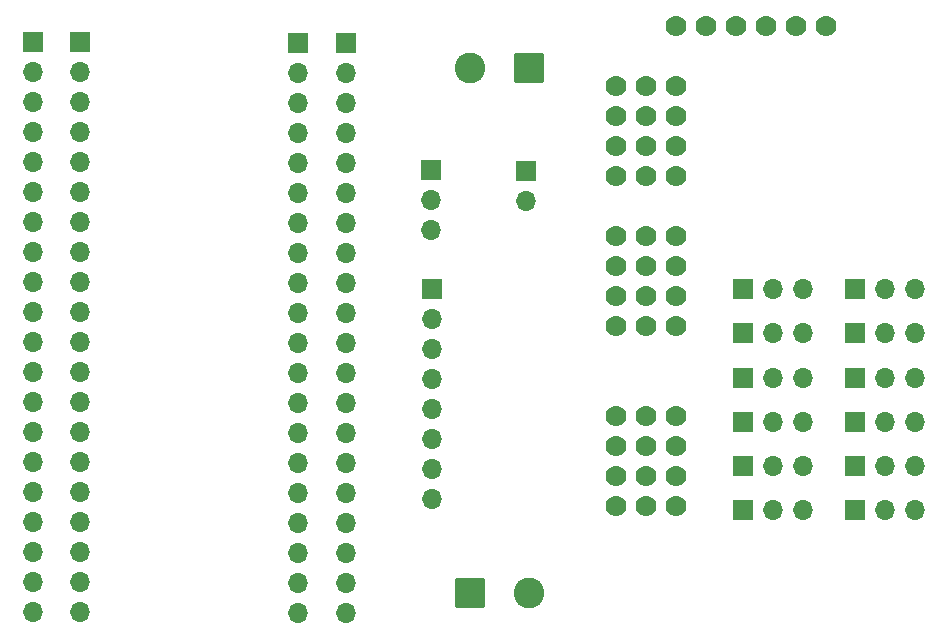
<source format=gbr>
%TF.GenerationSoftware,KiCad,Pcbnew,9.0.0*%
%TF.CreationDate,2025-03-26T16:24:43-04:00*%
%TF.ProjectId,spotmicro18_5mm,73706f74-6d69-4637-926f-31385f356d6d,rev?*%
%TF.SameCoordinates,Original*%
%TF.FileFunction,Soldermask,Bot*%
%TF.FilePolarity,Negative*%
%FSLAX46Y46*%
G04 Gerber Fmt 4.6, Leading zero omitted, Abs format (unit mm)*
G04 Created by KiCad (PCBNEW 9.0.0) date 2025-03-26 16:24:43*
%MOMM*%
%LPD*%
G01*
G04 APERTURE LIST*
G04 Aperture macros list*
%AMRoundRect*
0 Rectangle with rounded corners*
0 $1 Rounding radius*
0 $2 $3 $4 $5 $6 $7 $8 $9 X,Y pos of 4 corners*
0 Add a 4 corners polygon primitive as box body*
4,1,4,$2,$3,$4,$5,$6,$7,$8,$9,$2,$3,0*
0 Add four circle primitives for the rounded corners*
1,1,$1+$1,$2,$3*
1,1,$1+$1,$4,$5*
1,1,$1+$1,$6,$7*
1,1,$1+$1,$8,$9*
0 Add four rect primitives between the rounded corners*
20,1,$1+$1,$2,$3,$4,$5,0*
20,1,$1+$1,$4,$5,$6,$7,0*
20,1,$1+$1,$6,$7,$8,$9,0*
20,1,$1+$1,$8,$9,$2,$3,0*%
G04 Aperture macros list end*
%ADD10R,1.700000X1.700000*%
%ADD11O,1.700000X1.700000*%
%ADD12RoundRect,0.250000X1.050000X1.050000X-1.050000X1.050000X-1.050000X-1.050000X1.050000X-1.050000X0*%
%ADD13C,2.600000*%
%ADD14RoundRect,0.250000X-1.050000X-1.050000X1.050000X-1.050000X1.050000X1.050000X-1.050000X1.050000X0*%
%ADD15C,1.778000*%
G04 APERTURE END LIST*
D10*
%TO.C,J9*%
X146170000Y-88000000D03*
D11*
X148710000Y-88000000D03*
X151250000Y-88000000D03*
%TD*%
D10*
%TO.C,J14*%
X90000000Y-63360000D03*
D11*
X90000000Y-65900000D03*
X90000000Y-68440000D03*
X90000000Y-70980000D03*
X90000000Y-73520000D03*
X90000000Y-76060000D03*
X90000000Y-78600000D03*
X90000000Y-81140000D03*
X90000000Y-83680000D03*
X90000000Y-86220000D03*
X90000000Y-88760000D03*
X90000000Y-91300000D03*
X90000000Y-93840000D03*
X90000000Y-96380000D03*
X90000000Y-98920000D03*
X90000000Y-101460000D03*
X90000000Y-104000000D03*
X90000000Y-106540000D03*
X90000000Y-109080000D03*
X90000000Y-111620000D03*
%TD*%
D10*
%TO.C,J6*%
X155670000Y-99250000D03*
D11*
X158210000Y-99250000D03*
X160750000Y-99250000D03*
%TD*%
D10*
%TO.C,J18*%
X127750000Y-74250000D03*
D11*
X127750000Y-76790000D03*
%TD*%
D12*
%TO.C,J21*%
X127993453Y-65577500D03*
D13*
X122993453Y-65577500D03*
%TD*%
D10*
%TO.C,J4*%
X155670000Y-91750000D03*
D11*
X158210000Y-91750000D03*
X160750000Y-91750000D03*
%TD*%
D10*
%TO.C,J17*%
X112500000Y-63400000D03*
D11*
X112500000Y-65940000D03*
X112500000Y-68480000D03*
X112500000Y-71020000D03*
X112500000Y-73560000D03*
X112500000Y-76100000D03*
X112500000Y-78640000D03*
X112500000Y-81180000D03*
X112500000Y-83720000D03*
X112500000Y-86260000D03*
X112500000Y-88800000D03*
X112500000Y-91340000D03*
X112500000Y-93880000D03*
X112500000Y-96420000D03*
X112500000Y-98960000D03*
X112500000Y-101500000D03*
X112500000Y-104040000D03*
X112500000Y-106580000D03*
X112500000Y-109120000D03*
X112500000Y-111660000D03*
%TD*%
D10*
%TO.C,J13*%
X146170000Y-103000000D03*
D11*
X148710000Y-103000000D03*
X151250000Y-103000000D03*
%TD*%
D10*
%TO.C,J3*%
X155670000Y-88000000D03*
D11*
X158210000Y-88000000D03*
X160750000Y-88000000D03*
%TD*%
D10*
%TO.C,J15*%
X108500000Y-63400000D03*
D11*
X108500000Y-65940000D03*
X108500000Y-68480000D03*
X108500000Y-71020000D03*
X108500000Y-73560000D03*
X108500000Y-76100000D03*
X108500000Y-78640000D03*
X108500000Y-81180000D03*
X108500000Y-83720000D03*
X108500000Y-86260000D03*
X108500000Y-88800000D03*
X108500000Y-91340000D03*
X108500000Y-93880000D03*
X108500000Y-96420000D03*
X108500000Y-98960000D03*
X108500000Y-101500000D03*
X108500000Y-104040000D03*
X108500000Y-106580000D03*
X108500000Y-109120000D03*
X108500000Y-111660000D03*
%TD*%
D10*
%TO.C,J11*%
X146170000Y-95500000D03*
D11*
X148710000Y-95500000D03*
X151250000Y-95500000D03*
%TD*%
D14*
%TO.C,J1*%
X123000000Y-110000000D03*
D13*
X128000000Y-110000000D03*
%TD*%
D10*
%TO.C,J16*%
X86000000Y-63360000D03*
D11*
X86000000Y-65900000D03*
X86000000Y-68440000D03*
X86000000Y-70980000D03*
X86000000Y-73520000D03*
X86000000Y-76060000D03*
X86000000Y-78600000D03*
X86000000Y-81140000D03*
X86000000Y-83680000D03*
X86000000Y-86220000D03*
X86000000Y-88760000D03*
X86000000Y-91300000D03*
X86000000Y-93840000D03*
X86000000Y-96380000D03*
X86000000Y-98920000D03*
X86000000Y-101460000D03*
X86000000Y-104000000D03*
X86000000Y-106540000D03*
X86000000Y-109080000D03*
X86000000Y-111620000D03*
%TD*%
D10*
%TO.C,J8*%
X146170000Y-84250000D03*
D11*
X148710000Y-84250000D03*
X151250000Y-84250000D03*
%TD*%
D10*
%TO.C,J5*%
X155670000Y-95500000D03*
D11*
X158210000Y-95500000D03*
X160750000Y-95500000D03*
%TD*%
D10*
%TO.C,J10*%
X146170000Y-91750000D03*
D11*
X148710000Y-91750000D03*
X151250000Y-91750000D03*
%TD*%
D10*
%TO.C,J20*%
X119800000Y-84260000D03*
D11*
X119800000Y-86800000D03*
X119800000Y-89340000D03*
X119800000Y-91880000D03*
X119800000Y-94420000D03*
X119800000Y-96960000D03*
X119800000Y-99500000D03*
X119800000Y-102040000D03*
%TD*%
D10*
%TO.C,J12*%
X146170000Y-99250000D03*
D11*
X148710000Y-99250000D03*
X151250000Y-99250000D03*
%TD*%
D10*
%TO.C,J19*%
X119750000Y-74210000D03*
D11*
X119750000Y-76750000D03*
X119750000Y-79290000D03*
%TD*%
D10*
%TO.C,J7*%
X155670000Y-103000000D03*
D11*
X158210000Y-103000000D03*
X160750000Y-103000000D03*
%TD*%
D15*
%TO.C,U2*%
X140440000Y-67050000D03*
X140440000Y-69590000D03*
X140440000Y-72130000D03*
X140440000Y-74670000D03*
X140440000Y-79750000D03*
X140440000Y-82290000D03*
X140440000Y-84830000D03*
X140440000Y-87370000D03*
X140440000Y-94990000D03*
X140440000Y-97530000D03*
X140440000Y-100070000D03*
X140440000Y-102610000D03*
X153140000Y-61970000D03*
X135360000Y-67050000D03*
X135360000Y-69590000D03*
X135360000Y-72130000D03*
X135360000Y-74670000D03*
X135360000Y-79750000D03*
X135360000Y-82290000D03*
X135360000Y-84830000D03*
X135360000Y-87370000D03*
X135360000Y-94990000D03*
X135360000Y-97530000D03*
X135360000Y-100070000D03*
X135360000Y-102610000D03*
X150600000Y-61970000D03*
X148060000Y-61970000D03*
X145520000Y-61970000D03*
X140440000Y-61970000D03*
X137900000Y-67050000D03*
X137900000Y-69590000D03*
X137900000Y-72130000D03*
X137900000Y-74670000D03*
X137900000Y-79750000D03*
X137900000Y-82290000D03*
X137900000Y-84830000D03*
X137900000Y-87370000D03*
X137900000Y-94990000D03*
X137900000Y-97530000D03*
X137900000Y-100070000D03*
X137900000Y-102610000D03*
X142980000Y-61970000D03*
%TD*%
D10*
%TO.C,J2*%
X155670000Y-84250000D03*
D11*
X158210000Y-84250000D03*
X160750000Y-84250000D03*
%TD*%
M02*

</source>
